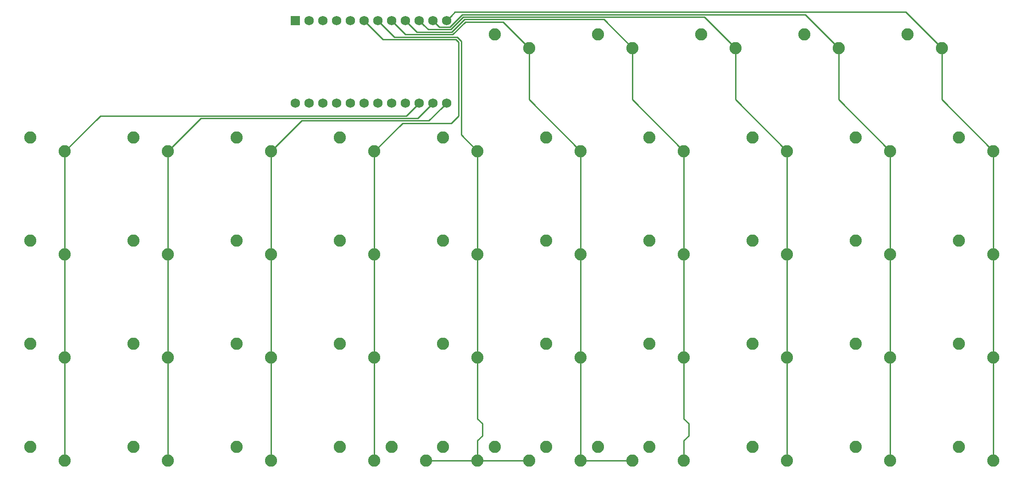
<source format=gbl>
G04 #@! TF.GenerationSoftware,KiCad,Pcbnew,(5.1.4)-1*
G04 #@! TF.CreationDate,2021-09-01T14:32:22-10:00*
G04 #@! TF.ProjectId,oya45,6f796134-352e-46b6-9963-61645f706362,rev?*
G04 #@! TF.SameCoordinates,Original*
G04 #@! TF.FileFunction,Copper,L2,Bot*
G04 #@! TF.FilePolarity,Positive*
%FSLAX46Y46*%
G04 Gerber Fmt 4.6, Leading zero omitted, Abs format (unit mm)*
G04 Created by KiCad (PCBNEW (5.1.4)-1) date 2021-09-01 14:32:22*
%MOMM*%
%LPD*%
G04 APERTURE LIST*
%ADD10C,2.250000*%
%ADD11R,1.752600X1.752600*%
%ADD12C,1.752600*%
%ADD13C,0.254000*%
G04 APERTURE END LIST*
D10*
X232410000Y-92710000D03*
X226060000Y-90170000D03*
X232410000Y-54610000D03*
X226060000Y-52070000D03*
X99060000Y-111760000D03*
X92710000Y-109220000D03*
X175260000Y-111760000D03*
X168910000Y-109220000D03*
X146685000Y-35560000D03*
X140335000Y-33020000D03*
X203835000Y-35560000D03*
X197485000Y-33020000D03*
X222885000Y-35560000D03*
X216535000Y-33020000D03*
D11*
X103505000Y-30480000D03*
D12*
X106045000Y-30480000D03*
X108585000Y-30480000D03*
X111125000Y-30480000D03*
X113665000Y-30480000D03*
X116205000Y-30480000D03*
X118745000Y-30480000D03*
X121285000Y-30480000D03*
X123825000Y-30480000D03*
X126365000Y-30480000D03*
X128905000Y-30480000D03*
X131445000Y-45720000D03*
X128905000Y-45720000D03*
X126365000Y-45720000D03*
X123825000Y-45720000D03*
X121285000Y-45720000D03*
X118745000Y-45720000D03*
X116205000Y-45720000D03*
X113665000Y-45720000D03*
X111125000Y-45720000D03*
X108585000Y-45720000D03*
X106045000Y-45720000D03*
X131445000Y-30480000D03*
X103505000Y-45720000D03*
D10*
X165735000Y-111760000D03*
X159385000Y-109220000D03*
X127635000Y-111760000D03*
X121285000Y-109220000D03*
X140335000Y-109220000D03*
X146685000Y-111760000D03*
X184785000Y-35560000D03*
X178435000Y-33020000D03*
X165735000Y-35560000D03*
X159385000Y-33020000D03*
X232410000Y-111760000D03*
X226060000Y-109220000D03*
X213360000Y-111760000D03*
X207010000Y-109220000D03*
X194310000Y-111760000D03*
X187960000Y-109220000D03*
X156210000Y-111760000D03*
X149860000Y-109220000D03*
X137160000Y-111760000D03*
X130810000Y-109220000D03*
X118110000Y-111760000D03*
X111760000Y-109220000D03*
X80010000Y-111760000D03*
X73660000Y-109220000D03*
X60960000Y-111760000D03*
X54610000Y-109220000D03*
X213360000Y-92710000D03*
X207010000Y-90170000D03*
X194310000Y-92710000D03*
X187960000Y-90170000D03*
X175260000Y-92710000D03*
X168910000Y-90170000D03*
X156210000Y-92710000D03*
X149860000Y-90170000D03*
X137160000Y-92710000D03*
X130810000Y-90170000D03*
X118110000Y-92710000D03*
X111760000Y-90170000D03*
X99060000Y-92710000D03*
X92710000Y-90170000D03*
X80010000Y-92710000D03*
X73660000Y-90170000D03*
X60960000Y-92710000D03*
X54610000Y-90170000D03*
X232410000Y-73660000D03*
X226060000Y-71120000D03*
X213360000Y-73660000D03*
X207010000Y-71120000D03*
X194310000Y-73660000D03*
X187960000Y-71120000D03*
X175260000Y-73660000D03*
X168910000Y-71120000D03*
X149860000Y-71120000D03*
X156210000Y-73660000D03*
X137160000Y-73660000D03*
X130810000Y-71120000D03*
X118110000Y-73660000D03*
X111760000Y-71120000D03*
X99060000Y-73660000D03*
X92710000Y-71120000D03*
X80010000Y-73660000D03*
X73660000Y-71120000D03*
X60960000Y-73660000D03*
X54610000Y-71120000D03*
X213360000Y-54610000D03*
X207010000Y-52070000D03*
X194310000Y-54610000D03*
X187960000Y-52070000D03*
X175260000Y-54610000D03*
X168910000Y-52070000D03*
X156210000Y-54610000D03*
X149860000Y-52070000D03*
X137160000Y-54610000D03*
X130810000Y-52070000D03*
X118110000Y-54610000D03*
X111760000Y-52070000D03*
X99060000Y-54610000D03*
X92710000Y-52070000D03*
X80010000Y-54610000D03*
X73660000Y-52070000D03*
X60960000Y-54610000D03*
X54610000Y-52070000D03*
D13*
X60960000Y-54610000D02*
X60960000Y-92710000D01*
X60960000Y-92710000D02*
X60960000Y-111760000D01*
X125488701Y-46596299D02*
X126365000Y-45720000D01*
X124005990Y-48079010D02*
X125488701Y-46596299D01*
X67490990Y-48079010D02*
X124005990Y-48079010D01*
X60960000Y-54610000D02*
X67490990Y-48079010D01*
X80010000Y-54610000D02*
X80010000Y-111760000D01*
X128028701Y-46596299D02*
X128905000Y-45720000D01*
X126091980Y-48533020D02*
X128028701Y-46596299D01*
X86086980Y-48533020D02*
X126091980Y-48533020D01*
X80010000Y-54610000D02*
X86086980Y-48533020D01*
X99060000Y-54610000D02*
X99060000Y-111760000D01*
X130568701Y-46596299D02*
X131445000Y-45720000D01*
X128177970Y-48987030D02*
X130568701Y-46596299D01*
X104682970Y-48987030D02*
X128177970Y-48987030D01*
X99060000Y-54610000D02*
X104682970Y-48987030D01*
X118110000Y-54610000D02*
X118110000Y-111760000D01*
X119678351Y-33953351D02*
X116205000Y-30480000D01*
X118110000Y-54610000D02*
X123278960Y-49441040D01*
X123278960Y-49441040D02*
X132327710Y-49441040D01*
X132327710Y-49441040D02*
X133689740Y-48079010D01*
X133689740Y-48079010D02*
X133689740Y-34470990D01*
X133689740Y-34470990D02*
X133172101Y-33953351D01*
X133172101Y-33953351D02*
X119678351Y-33953351D01*
X121764341Y-33499341D02*
X118745000Y-30480000D01*
X133360158Y-33499341D02*
X121764341Y-33499341D01*
X134143750Y-34282933D02*
X133360158Y-33499341D01*
X134143750Y-51593750D02*
X134143750Y-34282933D01*
X137160000Y-54610000D02*
X134143750Y-51593750D01*
X146685000Y-111760000D02*
X127635000Y-111760000D01*
X137160000Y-108051184D02*
X137160000Y-111760000D01*
X138052151Y-107159033D02*
X137160000Y-108051184D01*
X138052151Y-104930967D02*
X138052151Y-107159033D01*
X137160000Y-104038816D02*
X138052151Y-104930967D01*
X137160000Y-54610000D02*
X137160000Y-104038816D01*
X156210000Y-54610000D02*
X156210000Y-111760000D01*
X146685000Y-45085000D02*
X146685000Y-35560000D01*
X156210000Y-54610000D02*
X146685000Y-45085000D01*
X122161299Y-31356299D02*
X121285000Y-30480000D01*
X123850331Y-33045331D02*
X122161299Y-31356299D01*
X132586756Y-33045331D02*
X123850331Y-33045331D01*
X134901306Y-30730780D02*
X132586756Y-33045331D01*
X146685000Y-35560000D02*
X141855780Y-30730780D01*
X141855780Y-30730780D02*
X134901306Y-30730780D01*
X157800990Y-111760000D02*
X165735000Y-111760000D01*
X156210000Y-111760000D02*
X157800990Y-111760000D01*
X175260000Y-54610000D02*
X175260000Y-104038816D01*
X165735000Y-45085000D02*
X165735000Y-35560000D01*
X175260000Y-54610000D02*
X165735000Y-45085000D01*
X176152151Y-104930967D02*
X176152151Y-107159033D01*
X175260000Y-104038816D02*
X176152151Y-104930967D01*
X175260000Y-108051184D02*
X175260000Y-111760000D01*
X176152151Y-107159033D02*
X175260000Y-108051184D01*
X124701299Y-31356299D02*
X123825000Y-30480000D01*
X125936321Y-32591321D02*
X124701299Y-31356299D01*
X132398699Y-32591321D02*
X125936321Y-32591321D01*
X134713249Y-30276770D02*
X132398699Y-32591321D01*
X165735000Y-35560000D02*
X160451770Y-30276770D01*
X160451770Y-30276770D02*
X134713249Y-30276770D01*
X194310000Y-54610000D02*
X194310000Y-111760000D01*
X184785000Y-45085000D02*
X184785000Y-35560000D01*
X194310000Y-54610000D02*
X184785000Y-45085000D01*
X127241299Y-31356299D02*
X126365000Y-30480000D01*
X128022311Y-32137311D02*
X127241299Y-31356299D01*
X132210642Y-32137311D02*
X128022311Y-32137311D01*
X134525192Y-29822760D02*
X132210642Y-32137311D01*
X184785000Y-35560000D02*
X179047760Y-29822760D01*
X179047760Y-29822760D02*
X134525192Y-29822760D01*
X213360000Y-54610000D02*
X213360000Y-111760000D01*
X203835000Y-45085000D02*
X203835000Y-35560000D01*
X213360000Y-54610000D02*
X203835000Y-45085000D01*
X129781299Y-31356299D02*
X128905000Y-30480000D01*
X130108301Y-31683301D02*
X129781299Y-31356299D01*
X132022585Y-31683301D02*
X130108301Y-31683301D01*
X134337136Y-29368750D02*
X132022585Y-31683301D01*
X197643750Y-29368750D02*
X134337136Y-29368750D01*
X203835000Y-35560000D02*
X197643750Y-29368750D01*
X232410000Y-54610000D02*
X232410000Y-111760000D01*
X222885000Y-45085000D02*
X222885000Y-35560000D01*
X232410000Y-54610000D02*
X222885000Y-45085000D01*
X222885000Y-35560000D02*
X216239740Y-28914740D01*
X132321299Y-29603701D02*
X131445000Y-30480000D01*
X133010260Y-28914740D02*
X132321299Y-29603701D01*
X216239740Y-28914740D02*
X133010260Y-28914740D01*
M02*

</source>
